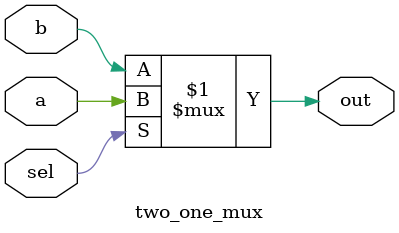
<source format=v>
`timescale 1ns / 1ps


module two_one_mux(
    input a,
    input b,
    input sel,
    output out
    );
    
    assign out = sel? a:b;
endmodule

</source>
